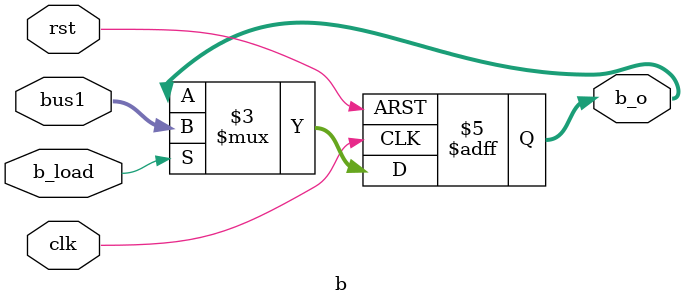
<source format=v>
`timescale 1ns / 1ps

module b(
    input wire b_load, clk, rst,
    input wire [7:0] bus1,
    output reg [7:0] b_o
    );

always@(posedge clk, negedge rst)
begin
    if(!rst)
    begin
        b_o <= 8'h00;
    end
    else
    begin
        if(b_load)
        begin
            b_o <= bus1;
        end
    end
end
endmodule


</source>
